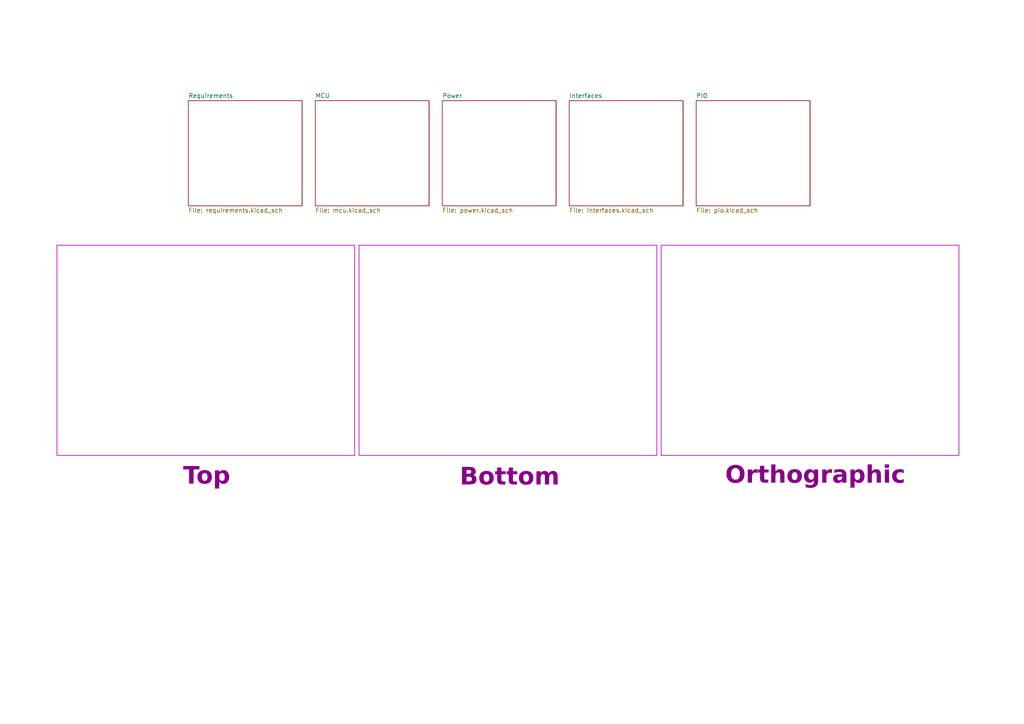
<source format=kicad_sch>
(kicad_sch (version 20250114) (generator "eeschema") (generator_version "9.0")
  (paper "A4")
  (title_block (title "Aquarius Hub") (date "<<release-date>>") (rev "<<tag>>") (comment 1 "<<hash>>"))
  (lib_symbols)
  (rectangle (start 191.77 71.12) (end 278.13 132.08) (stroke (width 0.2) (color 194 0 194 1)))
  (rectangle (start 16.51 71.12) (end 102.87 132.08) (stroke (width 0.2) (color 194 0 194 1)))
  (rectangle (start 104.14 71.12) (end 190.5 132.08) (stroke (width 0.2) (color 194 0 194 1)))
  (text "Orthographic" (at 236.474 139.446 0) (effects (font (size 5 5) (bold yes))))
  (text "Top" (at 59.944 139.7 0) (effects (font (size 5 5) (bold yes))))
  (text "Bottom" (at 147.828 139.954 0) (effects (font (size 5 5) (bold yes))))
  (sheet (at 201.93 29.21) (size 33.02 30.48) (stroke (width 0.1524))
    (property "Sheetname" "PIO" (at 201.93 28.4984 0) (effects (justify left bottom)))
    (property "Sheetfile" "pio.kicad_sch" (at 201.93 60.2746 0) (effects (justify left top)))
  )
  (sheet (at 91.44 29.21) (size 33.02 30.48) (stroke (width 0.1524))
    (property "Sheetname" "MCU" (at 91.44 28.4984 0) (effects (justify left bottom)))
    (property "Sheetfile" "mcu.kicad_sch" (at 91.44 60.2746 0) (effects (justify left top)))
  )
  (sheet (at 54.61 29.21) (size 33.02 30.48) (stroke (width 0.1524))
    (property "Sheetname" "Requirements" (at 54.61 28.4984 0) (effects (justify left bottom)))
    (property "Sheetfile" "requirements.kicad_sch" (at 54.61 60.2746 0) (effects (justify left top)))
  )
  (sheet (at 128.27 29.21) (size 33.02 30.48) (stroke (width 0.1524))
    (property "Sheetname" "Power" (at 128.27 28.4984 0) (effects (justify left bottom)))
    (property "Sheetfile" "power.kicad_sch" (at 128.27 60.2746 0) (effects (justify left top)))
  )
  (sheet (at 165.1 29.21) (size 33.02 30.48) (stroke (width 0.1524))
    (property "Sheetname" "Interfaces" (at 165.1 28.4984 0) (effects (justify left bottom)))
    (property "Sheetfile" "interfaces.kicad_sch" (at 165.1 60.2746 0) (effects (justify left top)))
  )
)
</source>
